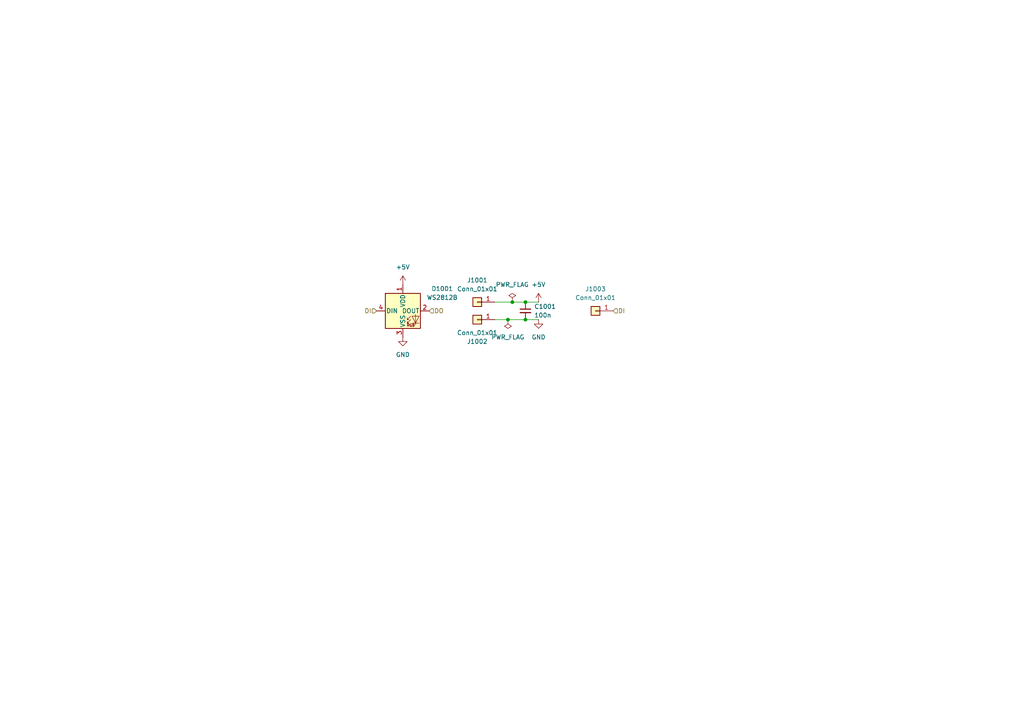
<source format=kicad_sch>
(kicad_sch (version 20250114) (generator "eeschema") (generator_version "9.0")
  (paper "A4")
  (lib_symbols
    (symbol "Connector_Generic:Conn_01x01" (pin_names (offset 1.016) (hide yes))
      (property "Reference" "J" (at 0 2.54 0))
      (property "Value" "Conn_01x01" (at 0 -2.54 0))
      (symbol "Conn_01x01_1_1"
        (rectangle (start -1.27 1.27) (end 1.27 -1.27) (stroke (width 0.254)) (fill (type background)))
        (rectangle (start -1.27 0.127) (end 0 -0.127) (stroke (width 0.1524)))
        (pin passive line (at -5.08 0 0) (length 3.81) (name "Pin_1") (number "1"))
      )
    )
    (symbol "Device:C_Small" (pin_numbers (hide yes)) (pin_names (offset 0.254) (hide yes))
      (property "Reference" "C" (at 0.254 1.778 0))
      (property "Value" "C_Small" (at 0.254 -2.032 0))
      (symbol "C_Small_0_1"
        (polyline (pts (xy -1.524 0.508) (xy 1.524 0.508)) (stroke (width 0.3048)))
        (polyline (pts (xy -1.524 -0.508) (xy 1.524 -0.508)) (stroke (width 0.3302)))
      )
      (symbol "C_Small_1_1"
        (pin passive line (at 0 2.54 270) (length 2.032) (name "~") (number "1"))
        (pin passive line (at 0 -2.54 90) (length 2.032) (name "~") (number "2"))
      )
    )
    (symbol "LED:WS2812B" (pin_names (offset 0.254))
      (property "Reference" "D" (at 5.08 5.715 0))
      (property "Value" "WS2812B" (at 1.27 -5.715 0))
      (symbol "WS2812B_0_0"
        (text "RGB" (at 2.286 -4.191 0) (effects (font (size 0.762 0.762))))
      )
      (symbol "WS2812B_0_1"
        (polyline (pts (xy 1.27 -2.54) (xy 1.778 -2.54)))
        (polyline (pts (xy 1.27 -3.556) (xy 1.778 -3.556)))
        (polyline (pts (xy 2.286 -1.524) (xy 1.27 -2.54) (xy 1.27 -2.032)))
        (polyline (pts (xy 2.286 -2.54) (xy 1.27 -3.556) (xy 1.27 -3.048)))
        (polyline (pts (xy 3.683 -1.016) (xy 3.683 -3.556) (xy 3.683 -4.064)))
        (polyline (pts (xy 4.699 -1.524) (xy 2.667 -1.524) (xy 3.683 -3.556) (xy 4.699 -1.524)))
        (polyline (pts (xy 4.699 -3.556) (xy 2.667 -3.556)))
        (rectangle (start 5.08 5.08) (end -5.08 -5.08) (stroke (width 0.254)) (fill (type background)))
      )
      (symbol "WS2812B_1_1"
        (pin input line (at -7.62 0 0) (length 2.54) (name "DIN") (number "4"))
        (pin power_in line (at 0 7.62 270) (length 2.54) (name "VDD") (number "1"))
        (pin power_in line (at 0 -7.62 90) (length 2.54) (name "VSS") (number "3"))
        (pin output line (at 7.62 0 180) (length 2.54) (name "DOUT") (number "2"))
      )
    )
    (symbol "power:+5V" (power) (pin_numbers (hide yes)) (pin_names (offset 0) (hide yes))
      (property "Value" "+5V" (at 0 3.556 0))
      (symbol "+5V_0_1"
        (polyline (pts (xy -0.762 1.27) (xy 0 2.54)))
        (polyline (pts (xy 0 2.54) (xy 0.762 1.27)))
        (polyline (pts (xy 0 0) (xy 0 2.54)))
      )
      (symbol "+5V_1_1"
        (pin power_in line (at 0 0 90) (length 0) (name "~") (number "1"))
      )
    )
    (symbol "power:GND" (power) (pin_numbers (hide yes)) (pin_names (offset 0) (hide yes))
      (property "Value" "GND" (at 0 -3.81 0))
      (symbol "GND_0_1"
        (polyline (pts (xy 0 0) (xy 0 -1.27) (xy 1.27 -1.27) (xy 0 -2.54) (xy -1.27 -1.27) (xy 0 -1.27)))
      )
      (symbol "GND_1_1"
        (pin power_in line (at 0 0 270) (length 0) (name "~") (number "1"))
      )
    )
    (symbol "power:PWR_FLAG" (power) (pin_numbers (hide yes)) (pin_names (offset 0) (hide yes))
      (property "Value" "PWR_FLAG" (at 0 3.81 0))
      (symbol "PWR_FLAG_0_0"
        (pin power_out line (at 0 0 90) (length 0) (name "~") (number "1"))
      )
      (symbol "PWR_FLAG_0_1"
        (polyline (pts (xy 0 0) (xy 0 1.27) (xy -1.016 1.905) (xy 0 2.54) (xy 1.016 1.905) (xy 0 1.27)))
      )
    )
  )
  (junction (at 152.4 87.63))
  (junction (at 152.4 92.71))
  (junction (at 147.32 92.71))
  (junction (at 148.59 87.63))
  (wire (pts (xy 147.32 92.71) (xy 143.51 92.71)))
  (wire (pts (xy 143.51 87.63) (xy 148.59 87.63)))
  (wire (pts (xy 152.4 87.63) (xy 156.21 87.63)))
  (wire (pts (xy 147.32 92.71) (xy 152.4 92.71)))
  (wire (pts (xy 148.59 87.63) (xy 152.4 87.63)))
  (wire (pts (xy 152.4 92.71) (xy 156.21 92.71)))
  (hierarchical_label "DI" (shape input) (at 177.8 90.17 0))
  (hierarchical_label "DI" (shape input) (at 109.22 90.17 180))
  (hierarchical_label "DO" (shape input) (at 124.46 90.17 0))
  (symbol (lib_id "Device:C_Small") (at 152.4 90.17 0) (unit 1)
    (property "Reference" "C201" (at 154.94 88.9062 0) (effects (justify left)))
    (property "Value" "100n" (at 154.94 91.4462 0) (effects (justify left)))
    (property "Footprint" "Capacitor_SMD:C_0402_1005Metric" (effects (hide yes)))
    (property "Description" "Unpolarized capacitor, small symbol" (effects (hide yes)))
    (instances (project "PCB_Neopixel" (path "" (reference "C1001") (unit 1)) (path "" (reference "C701") (unit 1)) (path "" (reference "C301") (unit 1)) (path "" (reference "C901") (unit 1)) (path "" (reference "C201") (unit 1)) (path "" (reference "C801") (unit 1)) (path "" (reference "C601") (unit 1)) (path "" (reference "C1101") (unit 1)) (path "" (reference "C501") (unit 1)) (path "" (reference "C401") (unit 1))))
  )
  (symbol (lib_id "LED:WS2812B") (at 116.84 90.17 0) (unit 1)
    (property "Reference" "D201" (at 128.27 83.7498 0))
    (property "Value" "WS2812B" (at 128.27 86.2898 0))
    (property "Footprint" "LED_SMD:LED_WS2812B_PLCC4_5.0x5.0mm_P3.2mm" (effects (hide yes)))
    (property "Datasheet" "https://cdn-shop.adafruit.com/datasheets/WS2812B.pdf" (effects (hide yes)))
    (property "Description" "RGB LED with integrated controller" (effects (hide yes)))
    (instances (project "PCB_Neopixel" (path "" (reference "D1001") (unit 1)) (path "" (reference "D701") (unit 1)) (path "" (reference "D301") (unit 1)) (path "" (reference "D901") (unit 1)) (path "" (reference "D201") (unit 1)) (path "" (reference "D801") (unit 1)) (path "" (reference "D601") (unit 1)) (path "" (reference "D1101") (unit 1)) (path "" (reference "D501") (unit 1)) (path "" (reference "D401") (unit 1))))
  )
  (symbol (lib_id "power:PWR_FLAG") (at 148.59 87.63 0) (unit 1)
    (property "Reference" "#FLG0202" (effects (hide yes)))
    (property "Value" "PWR_FLAG" (at 148.59 82.55 0))
    (property "Description" "Special symbol for telling ERC where power comes from" (effects (hide yes)))
    (instances (project "PCB_Neopixel" (path "" (reference "#FLG01002") (unit 1)) (path "" (reference "#FLG0702") (unit 1)) (path "" (reference "#FLG0302") (unit 1)) (path "" (reference "#FLG0902") (unit 1)) (path "" (reference "#FLG0202") (unit 1)) (path "" (reference "#FLG0802") (unit 1)) (path "" (reference "#FLG0602") (unit 1)) (path "" (reference "#FLG01102") (unit 1)) (path "" (reference "#FLG0502") (unit 1)) (path "" (reference "#FLG0402") (unit 1))))
  )
  (symbol (lib_id "power:GND") (at 156.21 92.71 0) (unit 1)
    (property "Reference" "#PWR0204" (effects (hide yes)))
    (property "Value" "GND" (at 156.21 97.79 0))
    (property "Description" "Power symbol creates a global label with name \"GND\" , ground" (effects (hide yes)))
    (instances (project "PCB_Neopixel" (path "" (reference "#PWR01004") (unit 1)) (path "" (reference "#PWR0704") (unit 1)) (path "" (reference "#PWR0304") (unit 1)) (path "" (reference "#PWR0904") (unit 1)) (path "" (reference "#PWR0204") (unit 1)) (path "" (reference "#PWR0804") (unit 1)) (path "" (reference "#PWR0604") (unit 1)) (path "" (reference "#PWR01104") (unit 1)) (path "" (reference "#PWR0504") (unit 1)) (path "" (reference "#PWR0404") (unit 1))))
  )
  (symbol (lib_id "Connector_Generic:Conn_01x01") (at 138.43 92.71 0) (mirror y) (unit 1)
    (property "Reference" "J202" (at 138.43 99.06 0))
    (property "Value" "Conn_01x01" (at 138.43 96.52 0))
    (property "Footprint" "Connector_Wire:SolderWirePad_1x01_SMD_1.5x3mm" (effects (hide yes)))
    (property "Description" "Generic connector, single row, 01x01, script generated (kicad-library-utils/schlib/autogen/connector/)" (effects (hide yes)))
    (instances (project "PCB_Neopixel" (path "" (reference "J1002") (unit 1)) (path "" (reference "J702") (unit 1)) (path "" (reference "J302") (unit 1)) (path "" (reference "J902") (unit 1)) (path "" (reference "J202") (unit 1)) (path "" (reference "J802") (unit 1)) (path "" (reference "J602") (unit 1)) (path "" (reference "J1102") (unit 1)) (path "" (reference "J502") (unit 1)) (path "" (reference "J402") (unit 1))))
  )
  (symbol (lib_id "power:PWR_FLAG") (at 147.32 92.71 180) (unit 1)
    (property "Reference" "#FLG0201" (effects (hide yes)))
    (property "Value" "PWR_FLAG" (at 147.32 97.79 0))
    (property "Description" "Special symbol for telling ERC where power comes from" (effects (hide yes)))
    (instances (project "PCB_Neopixel" (path "" (reference "#FLG01001") (unit 1)) (path "" (reference "#FLG0701") (unit 1)) (path "" (reference "#FLG0301") (unit 1)) (path "" (reference "#FLG0901") (unit 1)) (path "" (reference "#FLG0201") (unit 1)) (path "" (reference "#FLG0801") (unit 1)) (path "" (reference "#FLG0601") (unit 1)) (path "" (reference "#FLG01101") (unit 1)) (path "" (reference "#FLG0501") (unit 1)) (path "" (reference "#FLG0401") (unit 1))))
  )
  (symbol (lib_id "Connector_Generic:Conn_01x01") (at 138.43 87.63 180) (unit 1)
    (property "Reference" "J201" (at 138.43 81.28 0))
    (property "Value" "Conn_01x01" (at 138.43 83.82 0))
    (property "Footprint" "Connector_Wire:SolderWirePad_1x01_SMD_1.5x3mm" (effects (hide yes)))
    (property "Description" "Generic connector, single row, 01x01, script generated (kicad-library-utils/schlib/autogen/connector/)" (effects (hide yes)))
    (instances (project "PCB_Neopixel" (path "" (reference "J1001") (unit 1)) (path "" (reference "J701") (unit 1)) (path "" (reference "J301") (unit 1)) (path "" (reference "J901") (unit 1)) (path "" (reference "J201") (unit 1)) (path "" (reference "J801") (unit 1)) (path "" (reference "J601") (unit 1)) (path "" (reference "J1101") (unit 1)) (path "" (reference "J501") (unit 1)) (path "" (reference "J401") (unit 1))))
  )
  (symbol (lib_id "power:GND") (at 116.84 97.79 0) (unit 1)
    (property "Reference" "#PWR0202" (effects (hide yes)))
    (property "Value" "GND" (at 116.84 102.87 0))
    (property "Description" "Power symbol creates a global label with name \"GND\" , ground" (effects (hide yes)))
    (instances (project "PCB_Neopixel" (path "" (reference "#PWR01002") (unit 1)) (path "" (reference "#PWR0702") (unit 1)) (path "" (reference "#PWR0302") (unit 1)) (path "" (reference "#PWR0902") (unit 1)) (path "" (reference "#PWR0202") (unit 1)) (path "" (reference "#PWR0802") (unit 1)) (path "" (reference "#PWR0602") (unit 1)) (path "" (reference "#PWR01102") (unit 1)) (path "" (reference "#PWR0502") (unit 1)) (path "" (reference "#PWR0402") (unit 1))))
  )
  (symbol (lib_id "power:+5V") (at 116.84 82.55 0) (unit 1)
    (property "Reference" "#PWR0201" (effects (hide yes)))
    (property "Value" "+5V" (at 116.84 77.47 0))
    (property "Description" "Power symbol creates a global label with name \"+5V\"" (effects (hide yes)))
    (instances (project "PCB_Neopixel" (path "" (reference "#PWR01001") (unit 1)) (path "" (reference "#PWR0701") (unit 1)) (path "" (reference "#PWR0301") (unit 1)) (path "" (reference "#PWR0901") (unit 1)) (path "" (reference "#PWR0201") (unit 1)) (path "" (reference "#PWR0801") (unit 1)) (path "" (reference "#PWR0601") (unit 1)) (path "" (reference "#PWR01101") (unit 1)) (path "" (reference "#PWR0501") (unit 1)) (path "" (reference "#PWR0401") (unit 1))))
  )
  (symbol (lib_id "Connector_Generic:Conn_01x01") (at 172.72 90.17 180) (unit 1)
    (property "Reference" "J203" (at 172.72 83.82 0))
    (property "Value" "Conn_01x01" (at 172.72 86.36 0))
    (property "Footprint" "Connector_Wire:SolderWirePad_1x01_SMD_1.5x3mm" (effects (hide yes)))
    (property "Description" "Generic connector, single row, 01x01, script generated (kicad-library-utils/schlib/autogen/connector/)" (effects (hide yes)))
    (instances (project "PCB_Neopixel" (path "" (reference "J1003") (unit 1)) (path "" (reference "J703") (unit 1)) (path "" (reference "J303") (unit 1)) (path "" (reference "J903") (unit 1)) (path "" (reference "J203") (unit 1)) (path "" (reference "J803") (unit 1)) (path "" (reference "J603") (unit 1)) (path "" (reference "J1103") (unit 1)) (path "" (reference "J503") (unit 1)) (path "" (reference "J403") (unit 1))))
  )
  (symbol (lib_id "power:+5V") (at 156.21 87.63 0) (unit 1)
    (property "Reference" "#PWR0203" (effects (hide yes)))
    (property "Value" "+5V" (at 156.21 82.55 0))
    (property "Description" "Power symbol creates a global label with name \"+5V\"" (effects (hide yes)))
    (instances (project "PCB_Neopixel" (path "" (reference "#PWR01003") (unit 1)) (path "" (reference "#PWR0703") (unit 1)) (path "" (reference "#PWR0303") (unit 1)) (path "" (reference "#PWR0903") (unit 1)) (path "" (reference "#PWR0203") (unit 1)) (path "" (reference "#PWR0803") (unit 1)) (path "" (reference "#PWR0603") (unit 1)) (path "" (reference "#PWR01103") (unit 1)) (path "" (reference "#PWR0503") (unit 1)) (path "" (reference "#PWR0403") (unit 1))))
  )
)
</source>
